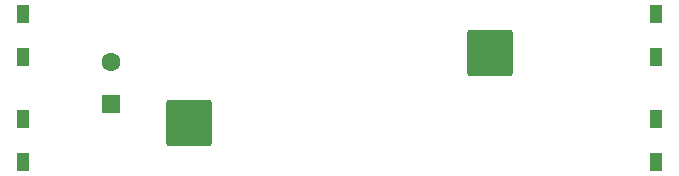
<source format=gbr>
%TF.GenerationSoftware,KiCad,Pcbnew,7.0.1*%
%TF.CreationDate,2023-04-18T16:42:21+09:00*%
%TF.ProjectId,dcc-adapter-board-kato-1.310-21mtc,6463632d-6164-4617-9074-65722d626f61,rev?*%
%TF.SameCoordinates,Original*%
%TF.FileFunction,Soldermask,Bot*%
%TF.FilePolarity,Negative*%
%FSLAX46Y46*%
G04 Gerber Fmt 4.6, Leading zero omitted, Abs format (unit mm)*
G04 Created by KiCad (PCBNEW 7.0.1) date 2023-04-18 16:42:21*
%MOMM*%
%LPD*%
G01*
G04 APERTURE LIST*
G04 Aperture macros list*
%AMRoundRect*
0 Rectangle with rounded corners*
0 $1 Rounding radius*
0 $2 $3 $4 $5 $6 $7 $8 $9 X,Y pos of 4 corners*
0 Add a 4 corners polygon primitive as box body*
4,1,4,$2,$3,$4,$5,$6,$7,$8,$9,$2,$3,0*
0 Add four circle primitives for the rounded corners*
1,1,$1+$1,$2,$3*
1,1,$1+$1,$4,$5*
1,1,$1+$1,$6,$7*
1,1,$1+$1,$8,$9*
0 Add four rect primitives between the rounded corners*
20,1,$1+$1,$2,$3,$4,$5,0*
20,1,$1+$1,$4,$5,$6,$7,0*
20,1,$1+$1,$6,$7,$8,$9,0*
20,1,$1+$1,$8,$9,$2,$3,0*%
G04 Aperture macros list end*
%ADD10RoundRect,0.250002X-1.699998X-1.699998X1.699998X-1.699998X1.699998X1.699998X-1.699998X1.699998X0*%
%ADD11RoundRect,0.250000X0.550000X-0.550000X0.550000X0.550000X-0.550000X0.550000X-0.550000X-0.550000X0*%
%ADD12C,1.600000*%
%ADD13RoundRect,0.203704X-0.346296X0.596296X-0.346296X-0.596296X0.346296X-0.596296X0.346296X0.596296X0*%
%ADD14RoundRect,0.203704X0.346296X-0.596296X0.346296X0.596296X-0.346296X0.596296X-0.346296X-0.596296X0*%
G04 APERTURE END LIST*
D10*
%TO.C,Rail_{Right}1*%
X80500000Y-36400000D03*
%TD*%
%TO.C,Rail_{Left}1*%
X106000000Y-30400000D03*
%TD*%
D11*
%TO.C,C_{Alive}1*%
X73900000Y-34800000D03*
D12*
X73900000Y-31200000D03*
%TD*%
D13*
%TO.C,LED_{Rear_Left}1*%
X66430000Y-30800000D03*
X66430000Y-27100000D03*
%TD*%
D14*
%TO.C,LED_{Front_Left}1*%
X120070000Y-27100000D03*
X120070000Y-30800000D03*
%TD*%
%TO.C,LED_{Front_Right}1*%
X120070000Y-36000000D03*
X120070000Y-39700000D03*
%TD*%
D13*
%TO.C,LED_{Rear_Right}1*%
X66430000Y-39700000D03*
X66430000Y-36000000D03*
%TD*%
M02*

</source>
